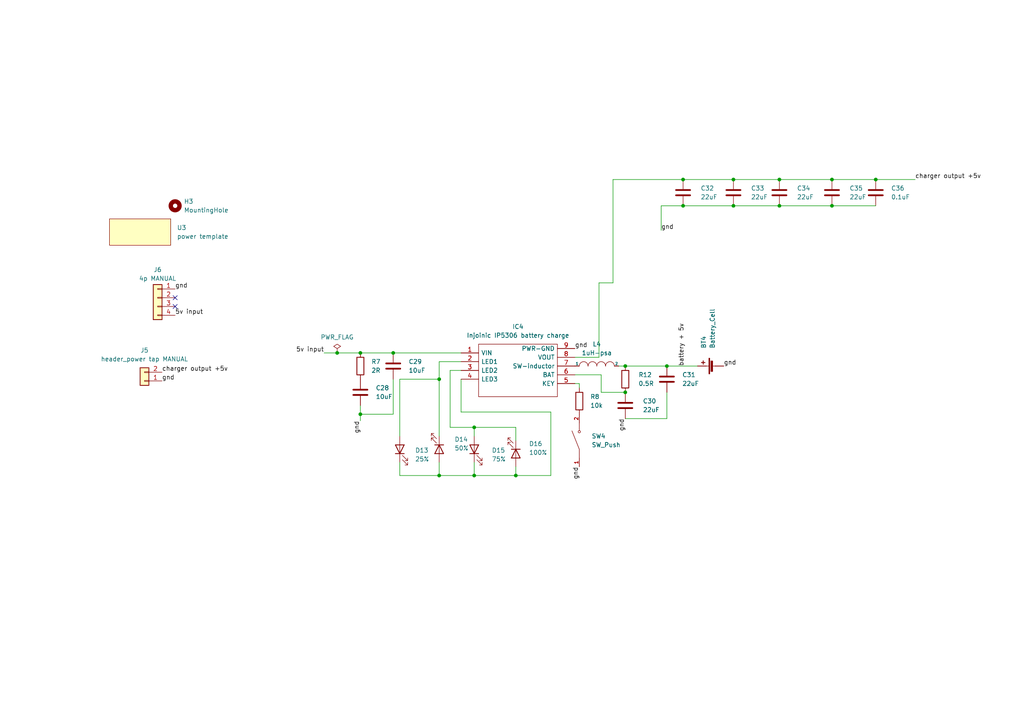
<source format=kicad_sch>
(kicad_sch (version 20211123) (generator eeschema)
  (paper "A4")
  (lib_symbols
    (symbol "Connector_Generic:Conn_01x02" (pin_names (offset 1.016) hide)
      (property "Reference" "J" (at 0 2.54 0))
      (property "Value" "Conn_01x02" (at 0 -5.08 0))
      (symbol "Conn_01x02_1_1"
        (rectangle (start -1.27 -2.413) (end 0 -2.667) (stroke (width 0.1524)))
        (rectangle (start -1.27 0.127) (end 0 -0.127) (stroke (width 0.1524)))
        (rectangle (start -1.27 1.27) (end 1.27 -3.81) (stroke (width 0.254)) (fill (type background)))
        (pin passive line (at -5.08 0 0) (length 3.81) (name "Pin_1") (number "1"))
        (pin passive line (at -5.08 -2.54 0) (length 3.81) (name "Pin_2") (number "2"))
      )
    )
    (symbol "Connector_Generic:Conn_01x04" (pin_names (offset 1.016) hide)
      (property "Reference" "J" (at 0 5.08 0))
      (property "Value" "Conn_01x04" (at 0 -7.62 0))
      (symbol "Conn_01x04_1_1"
        (rectangle (start -1.27 -4.953) (end 0 -5.207) (stroke (width 0.1524)))
        (rectangle (start -1.27 -2.413) (end 0 -2.667) (stroke (width 0.1524)))
        (rectangle (start -1.27 0.127) (end 0 -0.127) (stroke (width 0.1524)))
        (rectangle (start -1.27 2.667) (end 0 2.413) (stroke (width 0.1524)))
        (rectangle (start -1.27 3.81) (end 1.27 -6.35) (stroke (width 0.254)) (fill (type background)))
        (pin passive line (at -5.08 2.54 0) (length 3.81) (name "Pin_1") (number "1"))
        (pin passive line (at -5.08 0 0) (length 3.81) (name "Pin_2") (number "2"))
        (pin passive line (at -5.08 -2.54 0) (length 3.81) (name "Pin_3") (number "3"))
        (pin passive line (at -5.08 -5.08 0) (length 3.81) (name "Pin_4") (number "4"))
      )
    )
    (symbol "Device:Battery_Cell" (pin_numbers hide) (pin_names (offset 0) hide)
      (property "Reference" "BT" (at 2.54 2.54 0))
      (property "Value" "Battery_Cell" (at 2.54 0 0))
      (symbol "Battery_Cell_0_1"
        (rectangle (start -2.286 1.778) (end 2.286 1.524) (fill (type outline)))
        (rectangle (start -1.5748 1.1938) (end 1.4732 0.6858) (fill (type outline)))
        (polyline (pts (xy 0 0.762) (xy 0 0)))
        (polyline (pts (xy 0 1.778) (xy 0 2.54)))
        (polyline (pts (xy 0.508 3.429) (xy 1.524 3.429)) (stroke (width 0.254)))
        (polyline (pts (xy 1.016 3.937) (xy 1.016 2.921)) (stroke (width 0.254)))
      )
      (symbol "Battery_Cell_1_1"
        (pin passive line (at 0 5.08 270) (length 2.54) (name "+") (number "1"))
        (pin passive line (at 0 -2.54 90) (length 2.54) (name "-") (number "2"))
      )
    )
    (symbol "Device:C" (pin_numbers hide) (pin_names (offset 0.254))
      (property "Reference" "C" (at 0.635 2.54 0))
      (property "Value" "C" (at 0.635 -2.54 0))
      (symbol "C_0_1"
        (polyline (pts (xy -2.032 -0.762) (xy 2.032 -0.762)) (stroke (width 0.508)))
        (polyline (pts (xy -2.032 0.762) (xy 2.032 0.762)) (stroke (width 0.508)))
      )
      (symbol "C_1_1"
        (pin passive line (at 0 3.81 270) (length 2.794) (name "~") (number "1"))
        (pin passive line (at 0 -3.81 90) (length 2.794) (name "~") (number "2"))
      )
    )
    (symbol "Device:LED" (pin_numbers hide) (pin_names (offset 1.016) hide)
      (property "Reference" "D" (at 0 2.54 0))
      (property "Value" "LED" (at 0 -2.54 0))
      (symbol "LED_0_1"
        (polyline (pts (xy -1.27 -1.27) (xy -1.27 1.27)) (stroke (width 0.254)))
        (polyline (pts (xy -1.27 0) (xy 1.27 0)))
        (polyline (pts (xy 1.27 -1.27) (xy 1.27 1.27) (xy -1.27 0) (xy 1.27 -1.27)) (stroke (width 0.254)))
        (polyline (pts (xy -3.048 -0.762) (xy -4.572 -2.286) (xy -3.81 -2.286) (xy -4.572 -2.286) (xy -4.572 -1.524)))
        (polyline (pts (xy -1.778 -0.762) (xy -3.302 -2.286) (xy -2.54 -2.286) (xy -3.302 -2.286) (xy -3.302 -1.524)))
      )
      (symbol "LED_1_1"
        (pin passive line (at -3.81 0 0) (length 2.54) (name "K") (number "1"))
        (pin passive line (at 3.81 0 180) (length 2.54) (name "A") (number "2"))
      )
    )
    (symbol "Device:R" (pin_numbers hide) (pin_names (offset 0))
      (property "Reference" "R" (at 2.032 0 90))
      (property "Value" "R" (at 0 0 90))
      (symbol "R_0_1"
        (rectangle (start -1.016 -2.54) (end 1.016 2.54) (stroke (width 0.254)))
      )
      (symbol "R_1_1"
        (pin passive line (at 0 3.81 270) (length 1.27) (name "~") (number "1"))
        (pin passive line (at 0 -3.81 90) (length 1.27) (name "~") (number "2"))
      )
    )
    (symbol "Mechanical:MountingHole" (pin_names (offset 1.016))
      (property "Reference" "H" (at 0 5.08 0))
      (property "Value" "MountingHole" (at 0 3.175 0))
      (symbol "MountingHole_0_1"
        (circle (center 0 0) (radius 1.27) (stroke (width 1.27)))
      )
    )
    (symbol "clarinoid2:Injoinic IP5306 battery charge" (pin_names (offset 0.762))
      (property "Reference" "IC" (at -11.43 10.16 0))
      (property "Value" "Injoinic IP5306 battery charge" (at -11.43 7.62 0))
      (symbol "Injoinic IP5306 battery charge_0_0"
        (pin power_in line (at -16.51 3.81 0) (length 5.08) (name "VIN") (number "1"))
        (pin output line (at -16.51 1.27 0) (length 5.08) (name "LED1") (number "2"))
        (pin output line (at -16.51 -1.27 0) (length 5.08) (name "LED2") (number "3"))
        (pin passive line (at -16.51 -3.81 0) (length 5.08) (name "LED3") (number "4"))
        (pin passive line (at 16.51 -5.08 180) (length 5.08) (name "KEY") (number "5"))
        (pin passive line (at 16.51 -2.54 180) (length 5.08) (name "BAT") (number "6"))
        (pin passive line (at 16.51 0 180) (length 5.08) (name "SW-inductor") (number "7"))
        (pin power_out line (at 16.51 2.54 180) (length 5.08) (name "VOUT") (number "8"))
        (pin power_out line (at 16.51 5.08 180) (length 5.08) (name "PWR-GND") (number "9"))
      )
      (symbol "Injoinic IP5306 battery charge_0_1"
        (polyline (pts (xy -11.43 6.35) (xy 11.43 6.35) (xy 11.43 -8.89) (xy -11.43 -8.89) (xy -11.43 6.35)) (stroke (width 0.1524)))
      )
    )
    (symbol "clarinoid2:Placeholder" (in_bom no)
      (property "Reference" "U" (at 0 0 0))
      (property "Value" "Placeholder" (at 0 -1.27 0))
      (symbol "Placeholder_0_1"
        (rectangle (start -8.89 2.54) (end 8.89 -5.08) (fill (type background)))
      )
    )
    (symbol "clarinoid2:XKB tactile switch jlcpcb TS-1187A-B-A-B" (pin_names (offset 1.016) hide)
      (property "Reference" "S" (at -2.54 2.54 0))
      (property "Value" "XKB tactile switch jlcpcb TS-1187A-B-A-B" (at -2.54 -2.54 0))
      (symbol "XKB tactile switch jlcpcb TS-1187A-B-A-B_0_0"
        (polyline (pts (xy -2.54 0) (xy -5.08 0)) (stroke (width 0.1524)))
        (polyline (pts (xy -2.54 0) (xy 2.794 2.1336)) (stroke (width 0.1524)))
        (polyline (pts (xy 5.08 0) (xy 2.921 0)) (stroke (width 0.1524)))
        (circle (center 2.54 0) (radius 0.3302) (stroke (width 0.1524)))
        (pin passive line (at -7.62 0 0) (length 2.54) (name "~") (number "1"))
        (pin passive line (at 7.62 0 180) (length 2.54) (name "~") (number "2"))
      )
    )
    (symbol "power:PWR_FLAG" (power) (pin_numbers hide) (pin_names (offset 0) hide)
      (property "Value" "PWR_FLAG" (at 0 3.81 0))
      (symbol "PWR_FLAG_0_0"
        (pin power_out line (at 0 0 90) (length 0) (name "pwr") (number "1"))
      )
      (symbol "PWR_FLAG_0_1"
        (polyline (pts (xy 0 0) (xy 0 1.27) (xy -1.016 1.905) (xy 0 2.54) (xy 1.016 1.905) (xy 0 1.27)))
      )
    )
    (symbol "pspice:INDUCTOR" (pin_numbers hide) (pin_names (offset 0))
      (property "Reference" "L" (at 0 2.54 0))
      (property "Value" "INDUCTOR" (at 0 -1.27 0))
      (symbol "INDUCTOR_0_1"
        (arc (start -2.54 0) (mid -3.81 1.27) (end -5.08 0))
        (arc (start 0 0) (mid -1.27 1.27) (end -2.54 0))
        (arc (start 2.54 0) (mid 1.27 1.27) (end 0 0))
        (arc (start 5.08 0) (mid 3.81 1.27) (end 2.54 0))
      )
      (symbol "INDUCTOR_1_1"
        (pin input line (at -6.35 0 0) (length 1.27) (name "1") (number "1"))
        (pin input line (at 6.35 0 180) (length 1.27) (name "2") (number "2"))
      )
    )
  )
  (junction (at 137.541 137.922))
  (junction (at 254 52.07))
  (junction (at 241.3 52.07))
  (junction (at 193.421 106.172))
  (junction (at 198.12 59.69))
  (junction (at 127.381 137.922))
  (junction (at 149.606 137.922))
  (junction (at 241.3 59.69))
  (junction (at 181.356 106.172))
  (junction (at 226.06 59.69))
  (junction (at 97.79 102.362))
  (junction (at 181.356 113.792))
  (junction (at 226.06 52.07))
  (junction (at 114.046 102.362))
  (junction (at 198.12 52.07))
  (junction (at 212.725 52.07))
  (junction (at 212.725 59.69))
  (junction (at 127.381 109.982))
  (junction (at 137.541 123.952))
  (junction (at 104.521 120.142))
  (junction (at 104.521 102.362))
  (no_connect (at 50.8 86.36))
  (no_connect (at 50.8 88.9))
  (wire (pts (xy 181.356 121.412) (xy 193.421 121.412)))
  (wire (pts (xy 104.521 117.602) (xy 104.521 120.142)))
  (wire (pts (xy 114.046 109.982) (xy 114.046 120.142)))
  (wire (pts (xy 177.8 82.042) (xy 173.736 82.042)))
  (wire (pts (xy 179.451 106.172) (xy 181.356 106.172)))
  (wire (pts (xy 127.381 137.922) (xy 137.541 137.922)))
  (wire (pts (xy 177.8 52.07) (xy 177.8 82.042)))
  (wire (pts (xy 174.371 113.792) (xy 181.356 113.792)))
  (wire (pts (xy 193.421 106.172) (xy 202.311 106.172)))
  (wire (pts (xy 254 59.69) (xy 241.3 59.69)))
  (wire (pts (xy 137.541 137.922) (xy 149.606 137.922)))
  (wire (pts (xy 114.046 120.142) (xy 104.521 120.142)))
  (wire (pts (xy 133.731 119.507) (xy 133.731 109.982)))
  (wire (pts (xy 226.06 59.69) (xy 212.725 59.69)))
  (wire (pts (xy 191.77 59.69) (xy 191.77 66.802)))
  (wire (pts (xy 133.731 107.442) (xy 130.556 107.442)))
  (wire (pts (xy 115.951 126.492) (xy 115.951 109.982)))
  (wire (pts (xy 212.725 59.69) (xy 198.12 59.69)))
  (wire (pts (xy 254 52.07) (xy 241.3 52.07)))
  (wire (pts (xy 149.606 127.762) (xy 149.606 123.952)))
  (wire (pts (xy 174.371 108.712) (xy 174.371 113.792)))
  (wire (pts (xy 104.521 102.362) (xy 114.046 102.362)))
  (wire (pts (xy 168.021 111.252) (xy 168.021 112.522)))
  (wire (pts (xy 173.736 103.632) (xy 166.751 103.632)))
  (wire (pts (xy 104.521 120.142) (xy 104.521 122.047)))
  (wire (pts (xy 127.381 134.112) (xy 127.381 137.922)))
  (wire (pts (xy 137.541 123.952) (xy 137.541 126.492)))
  (wire (pts (xy 159.766 137.922) (xy 159.766 119.507)))
  (wire (pts (xy 159.766 119.507) (xy 133.731 119.507)))
  (wire (pts (xy 93.98 102.362) (xy 97.79 102.362)))
  (wire (pts (xy 137.541 134.112) (xy 137.541 137.922)))
  (wire (pts (xy 115.951 109.982) (xy 127.381 109.982)))
  (wire (pts (xy 149.606 135.382) (xy 149.606 137.922)))
  (wire (pts (xy 137.541 123.952) (xy 149.606 123.952)))
  (wire (pts (xy 241.3 59.69) (xy 226.06 59.69)))
  (wire (pts (xy 193.421 121.412) (xy 193.421 113.792)))
  (wire (pts (xy 114.046 102.362) (xy 133.731 102.362)))
  (wire (pts (xy 173.736 82.042) (xy 173.736 103.632)))
  (wire (pts (xy 97.79 102.362) (xy 104.521 102.362)))
  (wire (pts (xy 265.43 52.07) (xy 254 52.07)))
  (wire (pts (xy 166.751 108.712) (xy 174.371 108.712)))
  (wire (pts (xy 130.556 107.442) (xy 130.556 123.952)))
  (wire (pts (xy 115.951 137.922) (xy 127.381 137.922)))
  (wire (pts (xy 226.06 52.07) (xy 212.725 52.07)))
  (wire (pts (xy 127.381 104.902) (xy 133.731 104.902)))
  (wire (pts (xy 241.3 52.07) (xy 226.06 52.07)))
  (wire (pts (xy 181.356 106.172) (xy 193.421 106.172)))
  (wire (pts (xy 130.556 123.952) (xy 137.541 123.952)))
  (wire (pts (xy 212.725 52.07) (xy 198.12 52.07)))
  (wire (pts (xy 115.951 134.112) (xy 115.951 137.922)))
  (wire (pts (xy 127.381 126.492) (xy 127.381 109.982)))
  (wire (pts (xy 127.381 109.982) (xy 127.381 104.902)))
  (wire (pts (xy 198.12 59.69) (xy 191.77 59.69)))
  (wire (pts (xy 166.751 111.252) (xy 168.021 111.252)))
  (wire (pts (xy 177.8 52.07) (xy 198.12 52.07)))
  (wire (pts (xy 149.606 137.922) (xy 159.766 137.922)))
  (label "gnd" (at 191.77 66.802 0))
  (label "battery + 5v" (at 198.6684 106.172 90))
  (label "gnd" (at 104.521 122.047 270))
  (label "charger output +5v" (at 265.43 52.07 0))
  (label "5v input" (at 50.8 91.44 0))
  (label "gnd" (at 209.931 106.172 0))
  (label "gnd" (at 46.99 110.49 0))
  (label "5v input" (at 93.98 102.362 180))
  (label "gnd" (at 181.356 121.412 270))
  (label "charger output +5v" (at 46.99 107.95 0))
  (label "gnd" (at 166.751 101.092 0))
  (label "gnd" (at 50.8 83.82 0))
  (label "gnd" (at 168.021 135.382 270))
  (symbol (lib_id "Device:C") (at 254 55.88 0) (unit 1)
    (property "Reference" "C36" (at 258.445 54.6099 0) (effects (justify left)))
    (property "Value" "0.1uF" (at 258.445 57.1499 0) (effects (justify left)))
    (property "Footprint" "Capacitor_SMD:C_1206_3216Metric" (effects hide))
    (property "LCSC part number" "C24497" (effects hide))
    (property "verif" "1" (effects hide))
    (property "LCSC" "C24497" (effects hide))
  )
  (symbol (lib_id "Device:C") (at 226.06 55.88 0) (unit 1)
    (property "Reference" "C34" (at 231.14 54.6099 0) (effects (justify left)))
    (property "Value" "22uF" (at 231.14 57.1499 0) (effects (justify left)))
    (property "Footprint" "Capacitor_SMD:C_0603_1608Metric" (effects hide))
    (property "LCSC part number" "C59461" (effects hide))
    (property "verif" "1" (effects hide))
    (property "LCSC" "C59461" (effects hide))
  )
  (symbol (lib_id "Device:C") (at 241.3 55.88 0) (unit 1)
    (property "Reference" "C35" (at 246.38 54.6099 0) (effects (justify left)))
    (property "Value" "22uF" (at 246.38 57.1499 0) (effects (justify left)))
    (property "Footprint" "Capacitor_SMD:C_0603_1608Metric" (effects hide))
    (property "LCSC part number" "C59461" (effects hide))
    (property "verif" "1" (effects hide))
    (property "LCSC" "C59461" (effects hide))
  )
  (symbol (lib_id "Mechanical:MountingHole") (at 50.8 59.69 0) (unit 1)
    (property "Reference" "H3" (at 53.34 58.4199 0) (effects (justify left)))
    (property "Value" "MountingHole" (at 53.34 60.9599 0) (effects (justify left)))
    (property "Footprint" "MountingHole:MountingHole_3.2mm_M3" (effects hide))
    (property "MANUFACTURER" "Wurth" (effects hide))
    (property "verif" "1" (effects hide))
  )
  (symbol (lib_id "Device:LED") (at 115.951 130.302 90) (unit 1)
    (property "Reference" "D13" (at 120.396 130.6194 90) (effects (justify right)))
    (property "Value" "25%" (at 120.396 133.1594 90) (effects (justify right)))
    (property "Footprint" "LED_SMD:LED_0805_2012Metric" (effects hide))
    (property "LCSC part number" "C264424" (effects hide))
    (property "verif" "1" (effects hide))
    (property "LCSC" "C264424" (effects hide))
  )
  (symbol (lib_id "Device:C") (at 104.521 113.792 0) (unit 1)
    (property "Reference" "C28" (at 108.966 112.5219 0) (effects (justify left)))
    (property "Value" "10uF" (at 108.966 115.0619 0) (effects (justify left)))
    (property "Footprint" "Capacitor_SMD:C_1206_3216Metric" (effects hide))
    (property "LCSC part number" "C13585" (effects hide))
    (property "verif" "1" (effects hide))
    (property "LCSC" "C13585" (effects hide))
  )
  (symbol (lib_id "Connector_Generic:Conn_01x02") (at 41.91 110.49 180) (unit 1) (in_bom no)
    (property "Reference" "J5" (at 41.91 101.6 0))
    (property "Value" "header_power tap MANUAL" (at 41.91 104.14 0))
    (property "Footprint" "Connector_PinHeader_2.54mm:PinHeader_1x02_P2.54mm_Vertical" (effects hide))
    (property "verif" "1" (effects hide))
  )
  (symbol (lib_id "Device:C") (at 212.725 55.88 0) (unit 1)
    (property "Reference" "C33" (at 217.805 54.6099 0) (effects (justify left)))
    (property "Value" "22uF" (at 217.805 57.1499 0) (effects (justify left)))
    (property "Footprint" "Capacitor_SMD:C_1206_3216Metric" (effects hide))
    (property "LCSC part number" "C12891" (effects hide))
    (property "verif" "1" (effects hide))
    (property "LCSC" "C12891" (effects hide))
  )
  (symbol (lib_id "Connector_Generic:Conn_01x04") (at 45.72 86.36 0) (mirror y) (unit 1) (in_bom no)
    (property "Reference" "J6" (at 45.72 78.232 0))
    (property "Value" "4p MANUAL" (at 45.72 80.772 0))
    (property "Footprint" "Connector_PinHeader_2.54mm:PinHeader_1x04_P2.54mm_Vertical" (effects hide))
    (property "verif" "1" (effects hide))
  )
  (symbol (lib_id "clarinoid2:XKB tactile switch jlcpcb TS-1187A-B-A-B") (at 168.021 127.762 90) (unit 1)
    (property "Reference" "SW4" (at 171.577 126.4919 90) (effects (justify right)))
    (property "Value" "SW_Push" (at 171.577 129.0319 90) (effects (justify right)))
    (property "Footprint" "clarinoid2:XKB switch jlcpcb SW_TS-1187A-B-A-B" (effects hide))
    (property "LCSC part number" "C318884" (effects hide))
    (property "STANDARD" "Manufacturer Recommendations" (effects hide))
    (property "MANUFACTURER" "XKB Industrial Precision" (effects hide))
    (property "MAXIMUM_PACKAGE_HEIGHT" "1.5mm" (effects hide))
    (property "PARTREV" "A0" (effects hide))
    (property "verif" "1" (effects hide))
    (property "LCSC" "C318884" (effects hide))
  )
  (symbol (lib_id "clarinoid2:Injoinic IP5306 battery charge") (at 150.241 106.172 0) (unit 1)
    (property "Reference" "IC4" (at 150.241 94.742 0))
    (property "Value" "Injoinic IP5306 battery charge" (at 150.241 97.282 0))
    (property "Footprint" "clarinoid2:SOIC127P599X155-9N (IP5306)" (effects hide))
    (property "Datasheet" "http://www.injoinic.com/wwwroot/uploads/files/20200221/0405f23c247a34d3990ae100c8b20a27.pdf" (effects hide))
    (property "LCSC part number" "C181692" (effects hide))
    (property "verif" "1" (effects hide))
    (property "LCSC" "C181692" (effects hide))
  )
  (symbol (lib_id "pspice:INDUCTOR") (at 173.101 106.172 0) (unit 1)
    (property "Reference" "L4" (at 173.101 99.822 0))
    (property "Value" "1uH-psa" (at 173.101 102.362 0))
    (property "Footprint" "clarinoid2:Inductor_MCS0630-1R0MN2" (effects hide))
    (property "LCSC part number" "C385251" (effects hide))
    (property "verif" "1" (effects hide))
    (property "LCSC" "C385251" (effects hide))
  )
  (symbol (lib_id "Device:Battery_Cell") (at 207.391 106.172 90) (unit 1) (in_bom no)
    (property "Reference" "BT4" (at 204.0889 101.092 0) (effects (justify left)))
    (property "Value" "Battery_Cell" (at 206.6289 101.092 0) (effects (justify left)))
    (property "Footprint" "Battery:BatteryHolder_Keystone_1042_1x18650" (effects hide))
    (property "verif" "1" (effects hide))
  )
  (symbol (lib_id "Device:C") (at 198.12 55.88 0) (unit 1)
    (property "Reference" "C32" (at 203.2 54.6099 0) (effects (justify left)))
    (property "Value" "22uF" (at 203.2 57.1499 0) (effects (justify left)))
    (property "Footprint" "Capacitor_SMD:C_1206_3216Metric" (effects hide))
    (property "LCSC part number" "C12891" (effects hide))
    (property "verif" "1" (effects hide))
    (property "LCSC" "C12891" (effects hide))
  )
  (symbol (lib_id "power:PWR_FLAG") (at 97.79 102.362 0) (unit 1)
    (property "Reference" "#FLG0103" (effects hide))
    (property "Value" "PWR_FLAG" (at 97.79 97.79 0))
  )
  (symbol (lib_id "clarinoid2:Placeholder") (at 40.64 66.04 0) (unit 1) (in_bom no)
    (property "Reference" "U3" (at 51.308 66.0399 0) (effects (justify left)))
    (property "Value" "power template" (at 51.308 68.5799 0) (effects (justify left)))
    (property "Footprint" "clarinoid2:dev board power board template" (effects hide))
    (property "verif" "1" (effects hide))
  )
  (symbol (lib_id "Device:LED") (at 149.606 131.572 270) (unit 1)
    (property "Reference" "D16" (at 153.416 128.7144 90) (effects (justify left)))
    (property "Value" "100%" (at 153.416 131.2544 90) (effects (justify left)))
    (property "Footprint" "LED_SMD:LED_0805_2012Metric" (effects hide))
    (property "LCSC part number" "C264424" (effects hide))
    (property "verif" "1" (effects hide))
    (property "LCSC" "C264424" (effects hide))
  )
  (symbol (lib_id "Device:C") (at 114.046 106.172 0) (unit 1)
    (property "Reference" "C29" (at 118.491 104.9019 0) (effects (justify left)))
    (property "Value" "10uF" (at 118.491 107.4419 0) (effects (justify left)))
    (property "Footprint" "Capacitor_SMD:C_1206_3216Metric" (effects hide))
    (property "LCSC part number" "C13585" (effects hide))
    (property "verif" "1" (effects hide))
    (property "LCSC" "C13585" (effects hide))
  )
  (symbol (lib_id "Device:LED") (at 127.381 130.302 270) (unit 1)
    (property "Reference" "D14" (at 131.826 127.4444 90) (effects (justify left)))
    (property "Value" "50%" (at 131.826 129.9844 90) (effects (justify left)))
    (property "Footprint" "LED_SMD:LED_0805_2012Metric" (effects hide))
    (property "LCSC part number" "C264424" (effects hide))
    (property "verif" "1" (effects hide))
    (property "LCSC" "C264424" (effects hide))
  )
  (symbol (lib_id "Device:LED") (at 137.541 130.302 90) (unit 1)
    (property "Reference" "D15" (at 142.621 130.6194 90) (effects (justify right)))
    (property "Value" "75%" (at 142.621 133.1594 90) (effects (justify right)))
    (property "Footprint" "LED_SMD:LED_0805_2012Metric" (effects hide))
    (property "LCSC part number" "C264424" (effects hide))
    (property "verif" "1" (effects hide))
    (property "LCSC" "C264424" (effects hide))
  )
  (symbol (lib_id "Device:R") (at 181.356 109.982 0) (unit 1)
    (property "Reference" "R12" (at 185.166 108.7119 0) (effects (justify left)))
    (property "Value" "0.5R" (at 185.166 111.2519 0) (effects (justify left)))
    (property "Footprint" "Resistor_SMD:R_0603_1608Metric" (effects hide))
    (property "LCSC part number" "C45312" (effects hide))
    (property "verif" "1" (effects hide))
    (property "LCSC" "C45312" (effects hide))
  )
  (symbol (lib_id "Device:C") (at 181.356 117.602 0) (unit 1)
    (property "Reference" "C30" (at 186.436 116.3319 0) (effects (justify left)))
    (property "Value" "22uF" (at 186.436 118.8719 0) (effects (justify left)))
    (property "Footprint" "Capacitor_SMD:C_1206_3216Metric" (effects hide))
    (property "LCSC part number" "C12891" (effects hide))
    (property "verif" "1" (effects hide))
    (property "LCSC" "C12891" (effects hide))
  )
  (symbol (lib_id "Device:R") (at 168.021 116.332 0) (unit 1)
    (property "Reference" "R8" (at 171.196 115.0619 0) (effects (justify left)))
    (property "Value" "10k" (at 171.196 117.6019 0) (effects (justify left)))
    (property "Footprint" "Resistor_SMD:R_0603_1608Metric" (effects hide))
    (property "LCSC part number" "C25804" (effects hide))
    (property "verif" "1" (effects hide))
    (property "LCSC" "C25804" (effects hide))
  )
  (symbol (lib_id "Device:C") (at 193.421 109.982 0) (unit 1)
    (property "Reference" "C31" (at 197.866 108.7119 0) (effects (justify left)))
    (property "Value" "22uF" (at 197.866 111.2519 0) (effects (justify left)))
    (property "Footprint" "Capacitor_SMD:C_1206_3216Metric" (effects hide))
    (property "LCSC part number" "C12891" (effects hide))
    (property "verif" "1" (effects hide))
    (property "LCSC" "C12891" (effects hide))
  )
  (symbol (lib_id "Device:R") (at 104.521 106.172 0) (unit 1)
    (property "Reference" "R7" (at 107.696 104.9019 0) (effects (justify left)))
    (property "Value" "2R" (at 107.696 107.4419 0) (effects (justify left)))
    (property "Footprint" "Resistor_SMD:R_0603_1608Metric" (effects hide))
    (property "LCSC part number" "C22977" (effects hide))
    (property "verif" "1" (effects hide))
    (property "LCSC" "C22977" (effects hide))
  )
)
</source>
